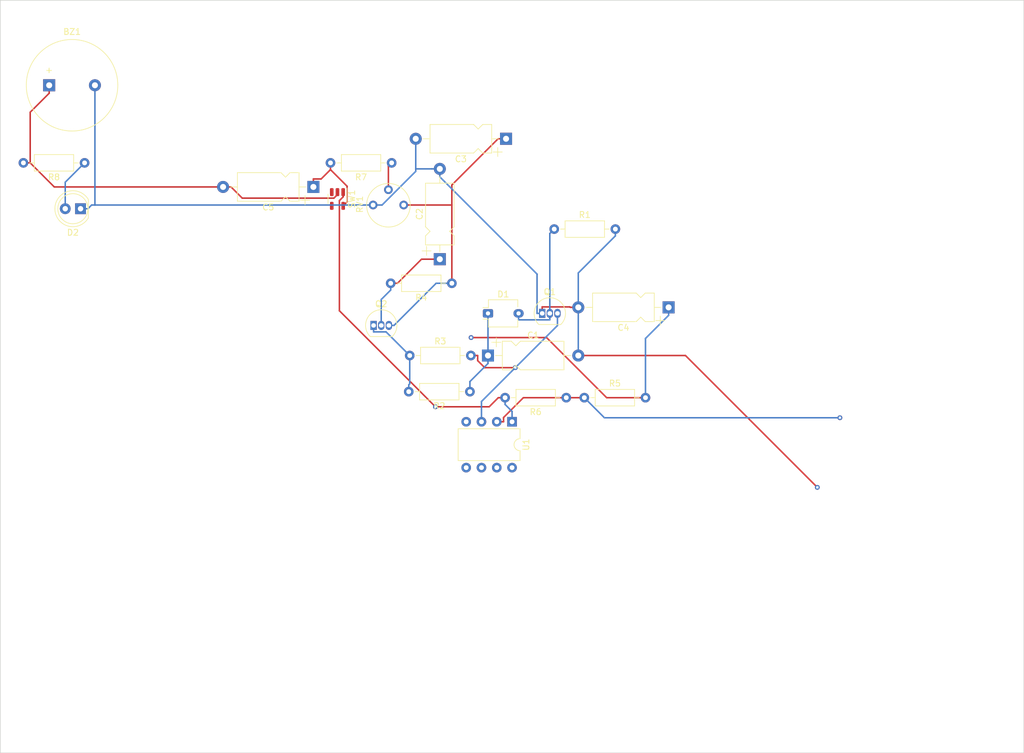
<source format=kicad_pcb>
(kicad_pcb (version 20211014) (generator pcbnew)
  (title_block (title "gammaray2usb") (date "2021-12-27") (rev "0.2x") (company "Fort Sand, Inc."))
  (layers (0 "F.Cu" signal) (31 "B.Cu" signal) (34 "B.Paste" user) (35 "F.Paste" user) (36 "B.SilkS" user "B.Silkscreen") (37 "F.SilkS" user "F.Silkscreen") (38 "B.Mask" user) (39 "F.Mask" user) (44 "Edge.Cuts" user))
  (net 0 "")
  (net 1 "Net-(BZ1-Pad1)")
  (net 2 "GND")
  (net 3 "Net-(C1-Pad1)")
  (net 4 "Net-(C2-Pad1)")
  (net 5 "+9V")
  (net 6 "Net-(C4-Pad1)")
  (net 7 "Net-(C5-Pad1)")
  (net 8 "Net-(D1-Pad2)")
  (net 9 "Net-(D2-Pad2)")
  (net 10 "Net-(Q1-Pad3)")
  (net 11 "Net-(Q2-Pad1)")
  (net 12 "Net-(R5-Pad1)")
  (net 13 "Net-(R6-Pad2)")
  (net 14 "Net-(R7-Pad1)")
  (net 15 "GNDREF")
  (footprint "Resistor_THT:R_Axial_DIN0207_L6.3mm_D2.5mm_P10.16mm_Horizontal" (layer "F.Cu") (at 148 100 180)
    (fp_text reference "R2" (at 5.08 -2.37) (layer "F.SilkS"))
    (fp_text value "1.5M")
    (fp_line (start 1.81 1.37) (end 8.35 1.37) (layer "F.SilkS") (width 0.12))
    (fp_line (start 1.04 0) (end 1.81 0) (layer "F.SilkS") (width 0.12))
    (fp_line (start 1.81 -1.37) (end 1.81 1.37) (layer "F.SilkS") (width 0.12))
    (fp_line (start 9.12 0) (end 8.35 0) (layer "F.SilkS") (width 0.12))
    (fp_line (start 8.35 1.37) (end 8.35 -1.37) (layer "F.SilkS") (width 0.12))
    (fp_line (start 8.35 -1.37) (end 1.81 -1.37) (layer "F.SilkS") (width 0.12))
    (pad "1" thru_hole circle locked (at 0 0 180) (size 1.6 1.6) (drill 0.8) (layers *.Cu *.Mask) (net 3 "Net-(C1-Pad1)"))
    (pad "2" thru_hole oval locked (at 10.16 0 180) (size 1.6 1.6) (drill 0.8) (layers *.Cu *.Mask) (net 11 "Net-(Q2-Pad1)"))
  )
  (footprint "Package_DIP:DIP-8_W7.62mm" (layer "F.Cu") (at 155 105 -90)
    (fp_text reference "U1" (at 3.81 -2.33 90) (layer "F.SilkS"))
    (fp_text value "LM358")
    (fp_line (start 2.81 -1.33) (end 1.16 -1.33) (layer "F.SilkS") (width 0.12))
    (fp_line (start 6.46 8.95) (end 6.46 -1.33) (layer "F.SilkS") (width 0.12))
    (fp_line (start 6.46 -1.33) (end 4.81 -1.33) (layer "F.SilkS") (width 0.12))
    (fp_line (start 1.16 8.95) (end 6.46 8.95) (layer "F.SilkS") (width 0.12))
    (fp_line (start 1.16 -1.33) (end 1.16 8.95) (layer "F.SilkS") (width 0.12))
    (fp_arc (start 4.81 -1.33) (mid 3.81 -0.33) (end 2.81 -1.33) (layer "F.SilkS") (width 0.12))
    (pad "1" thru_hole rect locked (at 0 0 270) (size 1.6 1.6) (drill 0.8) (layers *.Cu *.Mask) (net 13 "Net-(R6-Pad2)"))
    (pad "2" thru_hole oval locked (at 0 2.54 270) (size 1.6 1.6) (drill 0.8) (layers *.Cu *.Mask) (net 12 "Net-(R5-Pad1)"))
    (pad "3" thru_hole oval locked (at 0 5.08 270) (size 1.6 1.6) (drill 0.8) (layers *.Cu *.Mask) (net 10 "Net-(Q1-Pad3)"))
    (pad "4" thru_hole oval locked (at 0 7.62 270) (size 1.6 1.6) (drill 0.8) (layers *.Cu *.Mask))
    (pad "5" thru_hole oval locked (at 7.62 7.62 270) (size 1.6 1.6) (drill 0.8) (layers *.Cu *.Mask))
    (pad "6" thru_hole oval locked (at 7.62 5.08 270) (size 1.6 1.6) (drill 0.8) (layers *.Cu *.Mask))
    (pad "7" thru_hole oval locked (at 7.62 2.54 270) (size 1.6 1.6) (drill 0.8) (layers *.Cu *.Mask))
    (pad "8" thru_hole oval locked (at 7.62 0 270) (size 1.6 1.6) (drill 0.8) (layers *.Cu *.Mask))
  )
  (footprint "Capacitor_THT:CP_Axial_L10.0mm_D4.5mm_P15.00mm_Horizontal" (layer "F.Cu") (at 143 78 90)
    (fp_text reference "C2" (at 7.5 -3.37 90) (layer "F.SilkS"))
    (fp_text value "100 uF")
    (fp_line (start 2.38 2.37) (end 3.88 2.37) (layer "F.SilkS") (width 0.12))
    (fp_line (start 5.38 -2.37) (end 12.62 -2.37) (layer "F.SilkS") (width 0.12))
    (fp_line (start 1.24 0) (end 2.38 0) (layer "F.SilkS") (width 0.12))
    (fp_line (start 0.63 -2.2) (end 2.13 -2.2) (layer "F.SilkS") (width 0.12))
    (fp_line (start 1.38 -2.95) (end 1.38 -1.45) (layer "F.SilkS") (width 0.12))
    (fp_line (start 2.38 -2.37) (end 3.88 -2.37) (layer "F.SilkS") (width 0.12))
    (fp_line (start 4.63 1.62) (end 5.38 2.37) (layer "F.SilkS") (width 0.12))
    (fp_line (start 3.88 -2.37) (end 4.63 -1.62) (layer "F.SilkS") (width 0.12))
    (fp_line (start 4.63 -1.62) (end 5.38 -2.37) (layer "F.SilkS") (width 0.12))
    (fp_line (start 12.62 -2.37) (end 12.62 2.37) (layer "F.SilkS") (width 0.12))
    (fp_line (start 13.76 0) (end 12.62 0) (layer "F.SilkS") (width 0.12))
    (fp_line (start 2.38 -2.37) (end 2.38 2.37) (layer "F.SilkS") (width 0.12))
    (fp_line (start 3.88 2.37) (end 4.63 1.62) (layer "F.SilkS") (width 0.12))
    (fp_line (start 5.38 2.37) (end 12.62 2.37) (layer "F.SilkS") (width 0.12))
    (pad "1" thru_hole rect locked (at 0 0 90) (size 2 2) (drill 1) (layers *.Cu *.Mask) (net 4 "Net-(C2-Pad1)"))
    (pad "2" thru_hole oval locked (at 15 0 90) (size 2 2) (drill 1) (layers *.Cu *.Mask) (net 2 "GND"))
  )
  (footprint "Resistor_THT:R_Axial_DIN0207_L6.3mm_D2.5mm_P10.16mm_Horizontal" (layer "F.Cu") (at 167 101)
    (fp_text reference "R5" (at 5.08 -2.37) (layer "F.SilkS"))
    (fp_text value "1k")
    (fp_line (start 1.81 -1.37) (end 1.81 1.37) (layer "F.SilkS") (width 0.12))
    (fp_line (start 8.35 1.37) (end 8.35 -1.37) (layer "F.SilkS") (width 0.12))
    (fp_line (start 9.12 0) (end 8.35 0) (layer "F.SilkS") (width 0.12))
    (fp_line (start 1.81 1.37) (end 8.35 1.37) (layer "F.SilkS") (width 0.12))
    (fp_line (start 1.04 0) (end 1.81 0) (layer "F.SilkS") (width 0.12))
    (fp_line (start 8.35 -1.37) (end 1.81 -1.37) (layer "F.SilkS") (width 0.12))
    (pad "1" thru_hole circle locked (at 0 0) (size 1.6 1.6) (drill 0.8) (layers *.Cu *.Mask) (net 12 "Net-(R5-Pad1)"))
    (pad "2" thru_hole oval locked (at 10.16 0) (size 1.6 1.6) (drill 0.8) (layers *.Cu *.Mask) (net 6 "Net-(C4-Pad1)"))
  )
  (footprint "Package_TO_SOT_THT:TO-92_Inline" (layer "F.Cu") (at 160 87)
    (fp_text reference "Q1" (at 1.27 -3.56) (layer "F.SilkS"))
    (fp_text value "2N7000")
    (fp_line (start -0.53 1.85) (end 3.07 1.85) (layer "F.SilkS") (width 0.12))
    (fp_arc (start 1.27 -2.6) (mid 3.672087 -0.994977) (end 3.108478 1.838478) (layer "F.SilkS") (width 0.12))
    (fp_arc (start -0.568478 1.838478) (mid -1.132087 -0.994977) (end 1.27 -2.6) (layer "F.SilkS") (width 0.12))
    (pad "1" thru_hole rect locked (at 0 0) (size 1.05 1.5) (drill 0.75) (layers *.Cu *.Mask) (net 2 "GND"))
    (pad "2" thru_hole oval locked (at 1.27 0) (size 1.05 1.5) (drill 0.75) (layers *.Cu *.Mask) (net 8 "Net-(D1-Pad2)"))
    (pad "3" thru_hole oval locked (at 2.54 0) (size 1.05 1.5) (drill 0.75) (layers *.Cu *.Mask) (net 10 "Net-(Q1-Pad3)"))
  )
  (footprint "Resistor_THT:R_Axial_DIN0207_L6.3mm_D2.5mm_P10.16mm_Horizontal" (layer "F.Cu") (at 162 73)
    (fp_text reference "R1" (at 5.08 -2.37) (layer "F.SilkS"))
    (fp_text value "10M")
    (fp_line (start 1.81 -1.37) (end 1.81 1.37) (layer "F.SilkS") (width 0.12))
    (fp_line (start 8.35 -1.37) (end 1.81 -1.37) (layer "F.SilkS") (width 0.12))
    (fp_line (start 1.81 1.37) (end 8.35 1.37) (layer "F.SilkS") (width 0.12))
    (fp_line (start 1.04 0) (end 1.81 0) (layer "F.SilkS") (width 0.12))
    (fp_line (start 9.12 0) (end 8.35 0) (layer "F.SilkS") (width 0.12))
    (fp_line (start 8.35 1.37) (end 8.35 -1.37) (layer "F.SilkS") (width 0.12))
    (pad "1" thru_hole circle locked (at 0 0) (size 1.6 1.6) (drill 0.8) (layers *.Cu *.Mask) (net 8 "Net-(D1-Pad2)"))
    (pad "2" thru_hole oval locked (at 10.16 0) (size 1.6 1.6) (drill 0.8) (layers *.Cu *.Mask) (net 2 "GND"))
  )
  (footprint "Resistor_THT:R_Axial_DIN0207_L6.3mm_D2.5mm_P10.16mm_Horizontal" (layer "F.Cu") (at 145 82 180)
    (fp_text reference "R4" (at 5.08 -2.37) (layer "F.SilkS"))
    (fp_text value "150k")
    (fp_line (start 1.81 -1.37) (end 1.81 1.37) (layer "F.SilkS") (width 0.12))
    (fp_line (start 8.35 1.37) (end 8.35 -1.37) (layer "F.SilkS") (width 0.12))
    (fp_line (start 9.12 0) (end 8.35 0) (layer "F.SilkS") (width 0.12))
    (fp_line (start 1.04 0) (end 1.81 0) (layer "F.SilkS") (width 0.12))
    (fp_line (start 8.35 -1.37) (end 1.81 -1.37) (layer "F.SilkS") (width 0.12))
    (fp_line (start 1.81 1.37) (end 8.35 1.37) (layer "F.SilkS") (width 0.12))
    (pad "1" thru_hole circle locked (at 0 0 180) (size 1.6 1.6) (drill 0.8) (layers *.Cu *.Mask) (net 5 "+9V"))
    (pad "2" thru_hole oval locked (at 10.16 0 180) (size 1.6 1.6) (drill 0.8) (layers *.Cu *.Mask) (net 4 "Net-(C2-Pad1)"))
  )
  (footprint "Capacitor_THT:CP_Axial_L10.0mm_D4.5mm_P15.00mm_Horizontal" (layer "F.Cu") (at 122 66 180)
    (fp_text reference "C5" (at 7.5 -3.37) (layer "F.SilkS"))
    (fp_text value "0.01µF")
    (fp_line (start 12.62 -2.37) (end 12.62 2.37) (layer "F.SilkS") (width 0.12))
    (fp_line (start 1.38 -2.95) (end 1.38 -1.45) (layer "F.SilkS") (width 0.12))
    (fp_line (start 0.63 -2.2) (end 2.13 -2.2) (layer "F.SilkS") (width 0.12))
    (fp_line (start 5.38 2.37) (end 12.62 2.37) (layer "F.SilkS") (width 0.12))
    (fp_line (start 2.38 2.37) (end 3.88 2.37) (layer "F.SilkS") (width 0.12))
    (fp_line (start 2.38 -2.37) (end 2.38 2.37) (layer "F.SilkS") (width 0.12))
    (fp_line (start 4.63 -1.62) (end 5.38 -2.37) (layer "F.SilkS") (width 0.12))
    (fp_line (start 5.38 -2.37) (end 12.62 -2.37) (layer "F.SilkS") (width 0.12))
    (fp_line (start 4.63 1.62) (end 5.38 2.37) (layer "F.SilkS") (width 0.12))
    (fp_line (start 1.24 0) (end 2.38 0) (layer "F.SilkS") (width 0.12))
    (fp_line (start 13.76 0) (end 12.62 0) (layer "F.SilkS") (width 0.12))
    (fp_line (start 3.88 -2.37) (end 4.63 -1.62) (layer "F.SilkS") (width 0.12))
    (fp_line (start 2.38 -2.37) (end 3.88 -2.37) (layer "F.SilkS") (width 0.12))
    (fp_line (start 3.88 2.37) (end 4.63 1.62) (layer "F.SilkS") (width 0.12))
    (pad "1" thru_hole rect locked (at 0 0 180) (size 2 2) (drill 1) (layers *.Cu *.Mask) (net 7 "Net-(C5-Pad1)"))
    (pad "2" thru_hole oval locked (at 15 0 180) (size 2 2) (drill 1) (layers *.Cu *.Mask) (net 1 "Net-(BZ1-Pad1)"))
  )
  (footprint "Package_TO_SOT_SMD:SOT-23-5" (layer "F.Cu") (at 126 68 -90)
    (fp_text reference "SW1" (at 0 -2.4 90) (layer "F.SilkS"))
    (fp_text value "TS5A3166DBVR")
    (fp_line (start 0 1.56) (end -0.8 1.56) (layer "F.SilkS") (width 0.12))
    (fp_line (start 0 -1.56) (end -1.8 -1.56) (layer "F.SilkS") (width 0.12))
    (fp_line (start 0 -1.56) (end 0.8 -1.56) (layer "F.SilkS") (width 0.12))
    (fp_line (start 0 1.56) (end 0.8 1.56) (layer "F.SilkS") (width 0.12))
    (pad "1" smd roundrect locked (at -1.1375 -0.95 270) (size 1.325 0.6) (layers "F.Cu" "F.Paste" "F.Mask") (net 13 "Net-(R6-Pad2)"))
    (pad "2" smd roundrect locked (at -1.1375 0 270) (size 1.325 0.6) (layers "F.Cu" "F.Paste" "F.Mask") (net 1 "Net-(BZ1-Pad1)"))
    (pad "3" smd roundrect locked (at -1.1375 0.95 270) (size 1.325 0.6) (layers "F.Cu" "F.Paste" "F.Mask") (net 15 "GNDREF"))
    (pad "4" smd roundrect locked (at 1.1375 0.95 270) (size 1.325 0.6) (layers "F.Cu" "F.Paste" "F.Mask"))
    (pad "5" smd roundrect locked (at 1.1375 -0.95 270) (size 1.325 0.6) (layers "F.Cu" "F.Paste" "F.Mask") (net 7 "Net-(C5-Pad1)"))
  )
  (footprint "Potentiometer_THT:Potentiometer_Vishay_T7-YA_Single_Vertical" (layer "F.Cu") (at 137 69 90)
    (fp_text reference "RV1" (at 0.11 -7.29 90) (layer "F.SilkS"))
    (fp_text value "250kΩ")
    (fp_circle (center -0.041 -2.54) (end 3.579 -2.54) (layer "F.SilkS") (width 0.12) (fill none))
    (pad "1" thru_hole circle locked (at 0 0 90) (size 1.44 1.44) (drill 0.8) (layers *.Cu *.Mask) (net 5 "+9V"))
    (pad "2" thru_hole circle locked (at 2.54 -2.54 90) (size 1.44 1.44) (drill 0.8) (layers *.Cu *.Mask) (net 14 "Net-(R7-Pad1)"))
    (pad "3" thru_hole circle locked (at 0 -5.08 90) (size 1.44 1.44) (drill 0.8) (layers *.Cu *.Mask) (net 2 "GND"))
  )
  (footprint "Resistor_THT:R_Axial_DIN0207_L6.3mm_D2.5mm_P10.16mm_Horizontal" (layer "F.Cu") (at 138 94)
    (fp_text reference "R3" (at 5.08 -2.37) (layer "F.SilkS"))
    (fp_text value "56k")
    (fp_line (start 8.35 1.37) (end 8.35 -1.37) (layer "F.SilkS") (width 0.12))
    (fp_line (start 1.04 0) (end 1.81 0) (layer "F.SilkS") (width 0.12))
    (fp_line (start 9.12 0) (end 8.35 0) (layer "F.SilkS") (width 0.12))
    (fp_line (start 1.81 -1.37) (end 1.81 1.37) (layer "F.SilkS") (width 0.12))
    (fp_line (start 8.35 -1.37) (end 1.81 -1.37) (layer "F.SilkS") (width 0.12))
    (fp_line (start 1.81 1.37) (end 8.35 1.37) (layer "F.SilkS") (width 0.12))
    (pad "1" thru_hole circle locked (at 0 0) (size 1.6 1.6) (drill 0.8) (layers *.Cu *.Mask) (net 11 "Net-(Q2-Pad1)"))
    (pad "2" thru_hole oval locked (at 10.16 0) (size 1.6 1.6) (drill 0.8) (layers *.Cu *.Mask) (net 10 "Net-(Q1-Pad3)"))
  )
  (footprint "Capacitor_THT:CP_Axial_L10.0mm_D4.5mm_P15.00mm_Horizontal" (layer "F.Cu") (at 181 86 180)
    (fp_text reference "C4" (at 7.5 -3.37) (layer "F.SilkS"))
    (fp_text value "20nF")
    (fp_line (start 2.38 -2.37) (end 2.38 2.37) (layer "F.SilkS") (width 0.12))
    (fp_line (start 0.63 -2.2) (end 2.13 -2.2) (layer "F.SilkS") (width 0.12))
    (fp_line (start 3.88 -2.37) (end 4.63 -1.62) (layer "F.SilkS") (width 0.12))
    (fp_line (start 1.38 -2.95) (end 1.38 -1.45) (layer "F.SilkS") (width 0.12))
    (fp_line (start 2.38 -2.37) (end 3.88 -2.37) (layer "F.SilkS") (width 0.12))
    (fp_line (start 5.38 -2.37) (end 12.62 -2.37) (layer "F.SilkS") (width 0.12))
    (fp_line (start 3.88 2.37) (end 4.63 1.62) (layer "F.SilkS") (width 0.12))
    (fp_line (start 13.76 0) (end 12.62 0) (layer "F.SilkS") (width 0.12))
    (fp_line (start 2.38 2.37) (end 3.88 2.37) (layer "F.SilkS") (width 0.12))
    (fp_line (start 5.38 2.37) (end 12.62 2.37) (layer "F.SilkS") (width 0.12))
    (fp_line (start 1.24 0) (end 2.38 0) (layer "F.SilkS") (width 0.12))
    (fp_line (start 12.62 -2.37) (end 12.62 2.37) (layer "F.SilkS") (width 0.12))
    (fp_line (start 4.63 1.62) (end 5.38 2.37) (layer "F.SilkS") (width 0.12))
    (fp_line (start 4.63 -1.62) (end 5.38 -2.37) (layer "F.SilkS") (width 0.12))
    (pad "1" thru_hole rect locked (at 0 0 180) (size 2 2) (drill 1) (layers *.Cu *.Mask) (net 6 "Net-(C4-Pad1)"))
    (pad "2" thru_hole oval locked (at 15 0 180) (size 2 2) (drill 1) (layers *.Cu *.Mask) (net 2 "GND"))
  )
  (footprint "Resistor_THT:R_Axial_DIN0207_L6.3mm_D2.5mm_P10.16mm_Horizontal" (layer "F.Cu") (at 84 62 180)
    (fp_text reference "R8" (at 5.08 -2.37) (layer "F.SilkS"))
    (fp_text value "1k")
    (fp_line (start 8.35 1.37) (end 8.35 -1.37) (layer "F.SilkS") (width 0.12))
    (fp_line (start 1.81 -1.37) (end 1.81 1.37) (layer "F.SilkS") (width 0.12))
    (fp_line (start 8.35 -1.37) (end 1.81 -1.37) (layer "F.SilkS") (width 0.12))
    (fp_line (start 1.04 0) (end 1.81 0) (layer "F.SilkS") (width 0.12))
    (fp_line (start 1.81 1.37) (end 8.35 1.37) (layer "F.SilkS") (width 0.12))
    (fp_line (start 9.12 0) (end 8.35 0) (layer "F.SilkS") (width 0.12))
    (pad "1" thru_hole circle locked (at 0 0 180) (size 1.6 1.6) (drill 0.8) (layers *.Cu *.Mask) (net 9 "Net-(D2-Pad2)"))
    (pad "2" thru_hole oval locked (at 10.16 0 180) (size 1.6 1.6) (drill 0.8) (layers *.Cu *.Mask) (net 1 "Net-(BZ1-Pad1)"))
  )
  (footprint "OptoDevice:Osram_DIL2_4.3x4.65mm_P5.08mm" (layer "F.Cu") (at 151 87)
    (fp_text reference "D1" (at 2.54 -3.17) (layer "F.SilkS"))
    (fp_text value "BPW34")
    (fp_line (start 0.08 -2.26) (end 0.08 -0.96) (layer "F.SilkS") (width 0.12))
    (fp_line (start 4.95 1.06) (end 4.95 2.26) (layer "F.SilkS") (width 0.12))
    (fp_line (start 4.95 2.26) (end 0.08 2.26) (layer "F.SilkS") (width 0.12))
    (fp_line (start 4.95 -2.26) (end 4.95 -1.06) (layer "F.SilkS") (width 0.12))
    (fp_line (start 0.08 -2.26) (end 4.95 -2.26) (layer "F.SilkS") (width 0.12))
    (fp_line (start 0.08 0.96) (end 0.08 2.26) (layer "F.SilkS") (width 0.12))
    (fp_line (start 0.08 0.96) (end -0.84 0.96) (layer "F.SilkS") (width 0.12))
    (fp_line (start 0.08 -0.96) (end -0.84 -0.96) (layer "F.SilkS") (width 0.12))
    (pad "1" thru_hole roundrect locked (at 0 0) (size 1.7 1.4) (drill 0.7) (layers *.Cu *.Mask) (roundrect_rratio 0.178) (net 3 "Net-(C1-Pad1)"))
    (pad "2" thru_hole oval locked (at 5.08 0) (size 1.7 1.4) (drill 0.7) (layers *.Cu *.Mask) (net 8 "Net-(D1-Pad2)"))
  )
  (footprint "Buzzer_Beeper:Buzzer_15x7.5RM7.6" (layer "F.Cu") (at 78.1167 49.111)
    (fp_text reference "BZ1" (at 3.81 -8.89) (layer "F.SilkS"))
    (fp_text value "Buzzer")
    (fp_text user "+" (at -0.01 -2.54) (layer "F.SilkS"))
    (fp_circle (center 3.8 0) (end 11.4 0) (layer "F.SilkS") (width 0.12) (fill none))
    (pad "1" thru_hole rect locked (at 0 0) (size 2 2) (drill 1) (layers *.Cu *.Mask) (net 1 "Net-(BZ1-Pad1)"))
    (pad "2" thru_hole circle locked (at 7.6 0) (size 2 2) (drill 1) (layers *.Cu *.Mask) (net 2 "GND"))
  )
  (footprint "Capacitor_THT:CP_Axial_L10.0mm_D4.5mm_P15.00mm_Horizontal" (layer "F.Cu") (at 151 94)
    (fp_text reference "C1" (at 7.5 -3.37) (layer "F.SilkS"))
    (fp_text value "0.1µF")
    (fp_line (start 3.88 2.37) (end 4.63 1.62) (layer "F.SilkS") (width 0.12))
    (fp_line (start 1.24 0) (end 2.38 0) (layer "F.SilkS") (width 0.12))
    (fp_line (start 3.88 -2.37) (end 4.63 -1.62) (layer "F.SilkS") (width 0.12))
    (fp_line (start 2.38 2.37) (end 3.88 2.37) (layer "F.SilkS") (width 0.12))
    (fp_line (start 1.38 -2.95) (end 1.38 -1.45) (layer "F.SilkS") (width 0.12))
    (fp_line (start 12.62 -2.37) (end 12.62 2.37) (layer "F.SilkS") (width 0.12))
    (fp_line (start 5.38 2.37) (end 12.62 2.37) (layer "F.SilkS") (width 0.12))
    (fp_line (start 4.63 -1.62) (end 5.38 -2.37) (layer "F.SilkS") (width 0.12))
    (fp_line (start 0.63 -2.2) (end 2.13 -2.2) (layer "F.SilkS") (width 0.12))
    (fp_line (start 2.38 -2.37) (end 2.38 2.37) (layer "F.SilkS") (width 0.12))
    (fp_line (start 5.38 -2.37) (end 12.62 -2.37) (layer "F.SilkS") (width 0.12))
    (fp_line (start 13.76 0) (end 12.62 0) (layer "F.SilkS") (width 0.12))
    (fp_line (start 4.63 1.62) (end 5.38 2.37) (layer "F.SilkS") (width 0.12))
    (fp_line (start 2.38 -2.37) (end 3.88 -2.37) (layer "F.SilkS") (width 0.12))
    (pad "1" thru_hole rect locked (at 0 0) (size 2 2) (drill 1) (layers *.Cu *.Mask) (net 3 "Net-(C1-Pad1)"))
    (pad "2" thru_hole oval locked (at 15 0) (size 2 2) (drill 1) (layers *.Cu *.Mask) (net 2 "GND"))
  )
  (footprint "Resistor_THT:R_Axial_DIN0207_L6.3mm_D2.5mm_P10.16mm_Horizontal" (layer "F.Cu") (at 164 101 180)
    (fp_text reference "R6" (at 5.08 -2.37) (layer "F.SilkS"))
    (fp_text value "1.5M")
    (fp_line (start 1.04 0) (end 1.81 0) (layer "F.SilkS") (width 0.12))
    (fp_line (start 8.35 1.37) (end 8.35 -1.37) (layer "F.SilkS") (width 0.12))
    (fp_line (start 1.81 -1.37) (end 1.81 1.37) (layer "F.SilkS") (width 0.12))
    (fp_line (start 8.35 -1.37) (end 1.81 -1.37) (layer "F.SilkS") (width 0.12))
    (fp_line (start 1.81 1.37) (end 8.35 1.37) (layer "F.SilkS") (width 0.12))
    (fp_line (start 9.12 0) (end 8.35 0) (layer "F.SilkS") (width 0.12))
    (pad "1" thru_hole circle locked (at 0 0 180) (size 1.6 1.6) (drill 0.8) (layers *.Cu *.Mask) (net 12 "Net-(R5-Pad1)"))
    (pad "2" thru_hole oval locked (at 10.16 0 180) (size 1.6 1.6) (drill 0.8) (layers *.Cu *.Mask) (net 13 "Net-(R6-Pad2)"))
  )
  (footprint "Package_TO_SOT_THT:TO-92_Inline" (layer "F.Cu") (at 132 89)
    (fp_text reference "Q2" (at 1.27 -3.56) (layer "F.SilkS"))
    (fp_text value "2N3904")
    (fp_line (start -0.53 1.85) (end 3.07 1.85) (layer "F.SilkS") (width 0.12))
    (fp_arc (start -0.568478 1.838478) (mid -1.132087 -0.994977) (end 1.27 -2.6) (layer "F.SilkS") (width 0.12))
    (fp_arc (start 1.27 -2.6) (mid 3.672087 -0.994977) (end 3.108478 1.838478) (layer "F.SilkS") (width 0.12))
    (pad "1" thru_hole rect locked (at 0 0) (size 1.05 1.5) (drill 0.75) (layers *.Cu *.Mask) (net 11 "Net-(Q2-Pad1)"))
    (pad "2" thru_hole oval locked (at 1.27 0) (size 1.05 1.5) (drill 0.75) (layers *.Cu *.Mask) (net 4 "Net-(C2-Pad1)"))
    (pad "3" thru_hole oval locked (at 2.54 0) (size 1.05 1.5) (drill 0.75) (layers *.Cu *.Mask) (net 5 "+9V"))
  )
  (footprint "Capacitor_THT:CP_Axial_L10.0mm_D4.5mm_P15.00mm_Horizontal" (layer "F.Cu") (at 154 58 180)
    (fp_text reference "C3" (at 7.5 -3.37) (layer "F.SilkS"))
    (fp_text value "0.1µF")
    (fp_line (start 12.62 -2.37) (end 12.62 2.37) (layer "F.SilkS") (width 0.12))
    (fp_line (start 13.76 0) (end 12.62 0) (layer "F.SilkS") (width 0.12))
    (fp_line (start 1.24 0) (end 2.38 0) (layer "F.SilkS") (width 0.12))
    (fp_line (start 4.63 1.62) (end 5.38 2.37) (layer "F.SilkS") (width 0.12))
    (fp_line (start 3.88 2.37) (end 4.63 1.62) (layer "F.SilkS") (width 0.12))
    (fp_line (start 2.38 -2.37) (end 2.38 2.37) (layer "F.SilkS") (width 0.12))
    (fp_line (start 3.88 -2.37) (end 4.63 -1.62) (layer "F.SilkS") (width 0.12))
    (fp_line (start 2.38 -2.37) (end 3.88 -2.37) (layer "F.SilkS") (width 0.12))
    (fp_line (start 5.38 -2.37) (end 12.62 -2.37) (layer "F.SilkS") (width 0.12))
    (fp_line (start 4.63 -1.62) (end 5.38 -2.37) (layer "F.SilkS") (width 0.12))
    (fp_line (start 5.38 2.37) (end 12.62 2.37) (layer "F.SilkS") (width 0.12))
    (fp_line (start 0.63 -2.2) (end 2.13 -2.2) (layer "F.SilkS") (width 0.12))
    (fp_line (start 2.38 2.37) (end 3.88 2.37) (layer "F.SilkS") (width 0.12))
    (fp_line (start 1.38 -2.95) (end 1.38 -1.45) (layer "F.SilkS") (width 0.12))
    (pad "1" thru_hole rect locked (at 0 0 180) (size 2 2) (drill 1) (layers *.Cu *.Mask) (net 5 "+9V"))
    (pad "2" thru_hole oval locked (at 15 0 180) (size 2 2) (drill 1) (layers *.Cu *.Mask) (net 2 "GND"))
  )
  (footprint "LED_THT:LED_D5.0mm" (layer "F.Cu") (at 83.3271 69.6167 180)
    (fp_text reference "D2" (at 1.27 -3.96) (layer "F.SilkS"))
    (fp_text value "LED")
    (fp_line (start -1.29 -1.545) (end -1.29 1.545) (layer "F.SilkS") (width 0.12))
    (fp_arc (start -1.29 -1.54483) (mid 2.072002 -2.880433) (end 4.26 0.000462) (layer "F.SilkS") (width 0.12))
    (fp_arc (start 4.26 -0.000462) (mid 2.072002 2.880433) (end -1.29 1.54483) (layer "F.SilkS") (width 0.12))
    (fp_circle (center 1.27 0) (end 3.77 0) (layer "F.SilkS") (width 0.12) (fill none))
    (pad "1" thru_hole rect locked (at 0 0 180) (size 1.8 1.8) (drill 0.9) (layers *.Cu *.Mask) (net 2 "GND"))
    (pad "2" thru_hole circle locked (at 2.54 0 180) (size 1.8 1.8) (drill 0.9) (layers *.Cu *.Mask) (net 9 "Net-(D2-Pad2)"))
  )
  (footprint "Resistor_THT:R_Axial_DIN0207_L6.3mm_D2.5mm_P10.16mm_Horizontal" (layer "F.Cu") (at 135 62 180)
    (fp_text reference "R7" (at 5.08 -2.37) (layer "F.SilkS"))
    (fp_text value "1k")
    (fp_line (start 1.81 -1.37) (end 1.81 1.37) (layer "F.SilkS") (width 0.12))
    (fp_line (start 1.04 0) (end 1.81 0) (layer "F.SilkS") (width 0.12))
    (fp_line (start 1.81 1.37) (end 8.35 1.37) (layer "F.SilkS") (width 0.12))
    (fp_line (start 8.35 -1.37) (end 1.81 -1.37) (layer "F.SilkS") (width 0.12))
    (fp_line (start 8.35 1.37) (end 8.35 -1.37) (layer "F.SilkS") (width 0.12))
    (fp_line (start 9.12 0) (end 8.35 0) (layer "F.SilkS") (width 0.12))
    (pad "1" thru_hole circle locked (at 0 0 180) (size 1.6 1.6) (drill 0.8) (layers *.Cu *.Mask) (net 14 "Net-(R7-Pad1)"))
    (pad "2" thru_hole oval locked (at 10.16 0 180) (size 1.6 1.6) (drill 0.8) (layers *.Cu *.Mask) (net 7 "Net-(C5-Pad1)"))
  )
  (gr_line (start 240 160) (end 70 160) (layer "Edge.Cuts") (width 0.1))
  (gr_line (start 70 35) (end 240 35) (layer "Edge.Cuts") (width 0.1))
  (gr_line (start 240 35) (end 240 160) (layer "Edge.Cuts") (width 0.1))
  (gr_line (start 70 160) (end 70 35) (layer "Edge.Cuts") (width 0.1))
  (segment (start 126 67.2692) (end 126 66.8625) (width 0.25) (layer "F.Cu") (net 1))
  (segment (start 108.3253 66) (end 110.1835 67.8582) (width 0.25) (layer "F.Cu") (net 1))
  (segment (start 125.411 67.8582) (end 126 67.2692) (width 0.25) (layer "F.Cu") (net 1))
  (segment (start 78.1167 50.4363) (end 74.9653 53.5877) (width 0.25) (layer "F.Cu") (net 1))
  (segment (start 78.1167 49.111) (end 78.1167 50.4363) (width 0.25) (layer "F.Cu") (net 1))
  (segment (start 110.1835 67.8582) (end 125.411 67.8582) (width 0.25) (layer "F.Cu") (net 1))
  (segment (start 73.84 62) (end 74.9653 62) (width 0.25) (layer "F.Cu") (net 1))
  (segment (start 74.9653 53.5877) (end 74.9653 62) (width 0.25) (layer "F.Cu") (net 1))
  (segment (start 74.9653 62) (end 78.9653 66) (width 0.25) (layer "F.Cu") (net 1))
  (segment (start 78.9653 66) (end 107 66) (width 0.25) (layer "F.Cu") (net 1))
  (segment (start 107 66) (end 108.3253 66) (width 0.25) (layer "F.Cu") (net 1))
  (segment (start 205.696 115.894) (end 183.802 94) (width 0.25) (layer "F.Cu") (net 2))
  (segment (start 166 86) (end 164.6747 86) (width 0.25) (layer "F.Cu") (net 2))
  (segment (start 183.802 94) (end 166 94) (width 0.25) (layer "F.Cu") (net 2))
  (segment (start 164.5994 85.9247) (end 160 85.9247) (width 0.25) (layer "F.Cu") (net 2))
  (segment (start 164.6747 86) (end 164.5994 85.9247) (width 0.25) (layer "F.Cu") (net 2))
  (segment (start 160 87) (end 160 85.9247) (width 0.25) (layer "F.Cu") (net 2))
  (via (at 205.696 115.894) (size 0.8) (drill 0.4) (layers "F.Cu" "B.Cu") (net 2))
  (segment (start 166 80.2853) (end 172.16 74.1253) (width 0.25) (layer "B.Cu") (net 2))
  (segment (start 159.1497 87) (end 159.1497 80.475) (width 0.25) (layer "B.Cu") (net 2))
  (segment (start 133.4101 69) (end 131.92 69) (width 0.25) (layer "B.Cu") (net 2))
  (segment (start 166 94) (end 166 86) (width 0.25) (layer "B.Cu") (net 2))
  (segment (start 139 63) (end 141.6747 63) (width 0.25) (layer "B.Cu") (net 2))
  (segment (start 143 63) (end 143 64.3253) (width 0.25) (layer "B.Cu") (net 2))
  (segment (start 159.1497 80.475) (end 143 64.3253) (width 0.25) (layer "B.Cu") (net 2))
  (segment (start 139 63) (end 139 58) (width 0.25) (layer "B.Cu") (net 2))
  (segment (start 139 63.4101) (end 133.4101 69) (width 0.25) (layer "B.Cu") (net 2))
  (segment (start 85.7167 69) (end 85.1691 69) (width 0.25) (layer "B.Cu") (net 2))
  (segment (start 85.7167 49.111) (end 85.7167 69) (width 0.25) (layer "B.Cu") (net 2))
  (segment (start 139 63) (end 139 63.4101) (width 0.25) (layer "B.Cu") (net 2))
  (segment (start 85.1691 69) (end 84.5524 69.6167) (width 0.25) (layer "B.Cu") (net 2))
  (segment (start 172.16 73) (end 172.16 74.1253) (width 0.25) (layer "B.Cu") (net 2))
  (segment (start 143 63) (end 141.6747 63) (width 0.25) (layer "B.Cu") (net 2))
  (segment (start 160 87) (end 159.1497 87) (width 0.25) (layer "B.Cu") (net 2))
  (segment (start 166 86) (end 166 80.2853) (width 0.25) (layer "B.Cu") (net 2))
  (segment (start 83.3271 69.6167) (end 84.5524 69.6167) (width 0.25) (layer "B.Cu") (net 2))
  (segment (start 131.92 69) (end 85.7167 69) (width 0.25) (layer "B.Cu") (net 2))
  (segment (start 151 95.3253) (end 148 98.3253) (width 0.25) (layer "B.Cu") (net 3))
  (segment (start 151 94) (end 151 95.3253) (width 0.25) (layer "B.Cu") (net 3))
  (segment (start 151 87) (end 151 94) (width 0.25) (layer "B.Cu") (net 3))
  (segment (start 148 98.3253) (end 148 100) (width 0.25) (layer "B.Cu") (net 3))
  (segment (start 134.84 82) (end 135.9653 82) (width 0.25) (layer "F.Cu") (net 4))
  (segment (start 139.9653 78) (end 135.9653 82) (width 0.25) (layer "F.Cu") (net 4))
  (segment (start 143 78) (end 139.9653 78) (width 0.25) (layer "F.Cu") (net 4))
  (segment (start 133.27 89) (end 133.27 84.6953) (width 0.25) (layer "B.Cu") (net 4))
  (segment (start 133.27 84.6953) (end 134.84 83.1253) (width 0.25) (layer "B.Cu") (net 4))
  (segment (start 134.84 82) (end 134.84 83.1253) (width 0.25) (layer "B.Cu") (net 4))
  (segment (start 145 65.6747) (end 145 69) (width 0.25) (layer "F.Cu") (net 5))
  (segment (start 152.6747 58) (end 145 65.6747) (width 0.25) (layer "F.Cu") (net 5))
  (segment (start 154 58) (end 152.6747 58) (width 0.25) (layer "F.Cu") (net 5))
  (segment (start 145 69) (end 137 69) (width 0.25) (layer "F.Cu") (net 5))
  (segment (start 145 69) (end 145 82) (width 0.25) (layer "F.Cu") (net 5))
  (segment (start 134.54 89) (end 135.3903 89) (width 0.25) (layer "B.Cu") (net 5))
  (segment (start 135.3903 89) (end 142.3903 82) (width 0.25) (layer "B.Cu") (net 5))
  (segment (start 142.3903 82) (end 145 82) (width 0.25) (layer "B.Cu") (net 5))
  (segment (start 170.7074 101) (end 177.16 101) (width 0.25) (layer "F.Cu") (net 6))
  (segment (start 160.7248 91.0174) (end 170.7074 101) (width 0.25) (layer "F.Cu") (net 6))
  (segment (start 148.197 91.0174) (end 160.7248 91.0174) (width 0.25) (layer "F.Cu") (net 6))
  (via (at 148.197 91.0174) (size 0.8) (drill 0.4) (layers "F.Cu" "B.Cu") (net 6))
  (segment (start 177.16 91.1653) (end 177.16 101) (width 0.25) (layer "B.Cu") (net 6))
  (segment (start 181 87.3253) (end 177.16 91.1653) (width 0.25) (layer "B.Cu") (net 6))
  (segment (start 181 86) (end 181 87.3253) (width 0.25) (layer "B.Cu") (net 6))
  (segment (start 127.5932 65.8785) (end 127.5932 68.4943) (width 0.25) (layer "F.Cu") (net 7))
  (segment (start 127.5932 68.4943) (end 126.95 69.1375) (width 0.25) (layer "F.Cu") (net 7))
  (segment (start 124.84 63.1253) (end 127.5932 65.8785) (width 0.25) (layer "F.Cu") (net 7))
  (segment (start 122 66) (end 122 64.6747) (width 0.25) (layer "F.Cu") (net 7))
  (segment (start 122 64.6747) (end 123.2906 64.6747) (width 0.25) (layer "F.Cu") (net 7))
  (segment (start 124.84 62) (end 124.84 63.1253) (width 0.25) (layer "F.Cu") (net 7))
  (segment (start 123.2906 64.6747) (end 124.84 63.1253) (width 0.25) (layer "F.Cu") (net 7))
  (segment (start 161.27 73.73) (end 162 73) (width 0.25) (layer "B.Cu") (net 8))
  (segment (start 156.08 88.0253) (end 156.13 88.0753) (width 0.25) (layer "B.Cu") (net 8))
  (segment (start 156.08 87) (end 156.08 88.0253) (width 0.25) (layer "B.Cu") (net 8))
  (segment (start 156.13 88.0753) (end 161.27 88.0753) (width 0.25) (layer "B.Cu") (net 8))
  (segment (start 161.27 87) (end 161.27 73.73) (width 0.25) (layer "B.Cu") (net 8))
  (segment (start 161.27 87) (end 161.27 88.0753) (width 0.25) (layer "B.Cu") (net 8))
  (segment (start 80.7871 69.6167) (end 80.7871 65.2129) (width 0.25) (layer "B.Cu") (net 9))
  (segment (start 80.7871 65.2129) (end 84 62) (width 0.25) (layer "B.Cu") (net 9))
  (segment (start 150.4569 96.0156) (end 149.2853 94.844) (width 0.25) (layer "F.Cu") (net 10))
  (segment (start 148.16 94) (end 149.2853 94) (width 0.25) (layer "F.Cu") (net 10))
  (segment (start 149.2853 94.844) (end 149.2853 94) (width 0.25) (layer "F.Cu") (net 10))
  (segment (start 155.542 96.0156) (end 150.4569 96.0156) (width 0.25) (layer "F.Cu") (net 10))
  (via (at 155.542 96.0156) (size 0.8) (drill 0.4) (layers "F.Cu" "B.Cu") (net 10))
  (segment (start 149.92 101.6376) (end 149.92 105) (width 0.25) (layer "B.Cu") (net 10))
  (segment (start 155.542 96.0156) (end 149.92 101.6376) (width 0.25) (layer "B.Cu") (net 10))
  (segment (start 162.54 87) (end 162.54 89.0176) (width 0.25) (layer "B.Cu") (net 10))
  (segment (start 162.54 89.0176) (end 155.542 96.0156) (width 0.25) (layer "B.Cu") (net 10))
  (segment (start 137.84 98.8747) (end 138 98.7147) (width 0.25) (layer "B.Cu") (net 11))
  (segment (start 138 98.7147) (end 138 94) (width 0.25) (layer "B.Cu") (net 11))
  (segment (start 134.0753 90.0753) (end 138 94) (width 0.25) (layer "B.Cu") (net 11))
  (segment (start 132 89) (end 132 90.0753) (width 0.25) (layer "B.Cu") (net 11))
  (segment (start 132 90.0753) (end 134.0753 90.0753) (width 0.25) (layer "B.Cu") (net 11))
  (segment (start 137.84 100) (end 137.84 98.8747) (width 0.25) (layer "B.Cu") (net 11))
  (segment (start 164 101) (end 156.882 101) (width 0.25) (layer "F.Cu") (net 12))
  (segment (start 153.5853 104.2967) (end 153.5853 105) (width 0.25) (layer "F.Cu") (net 12))
  (segment (start 167 101) (end 164 101) (width 0.25) (layer "F.Cu") (net 12))
  (segment (start 152.46 105) (end 153.5853 105) (width 0.25) (layer "F.Cu") (net 12))
  (segment (start 156.882 101) (end 153.5853 104.2967) (width 0.25) (layer "F.Cu") (net 12))
  (via (at 209.45 104.335) (size 0.8) (drill 0.4) (layers "F.Cu" "B.Cu") (net 12))
  (segment (start 170.335 104.335) (end 167 101) (width 0.25) (layer "B.Cu") (net 12))
  (segment (start 209.45 104.335) (end 170.335 104.335) (width 0.25) (layer "B.Cu") (net 12))
  (segment (start 126.95 67.6396) (end 126.95 66.8625) (width 0.25) (layer "F.Cu") (net 13))
  (segment (start 153.84 101) (end 152.7147 101) (width 0.25) (layer "F.Cu") (net 13))
  (segment (start 142.273 102.515) (end 126.3228 86.5648) (width 0.25) (layer "F.Cu") (net 13))
  (segment (start 126.3228 68.2668) (end 126.95 67.6396) (width 0.25) (layer "F.Cu") (net 13))
  (segment (start 151.1997 102.515) (end 152.7147 101) (width 0.25) (layer "F.Cu") (net 13))
  (segment (start 142.273 102.515) (end 151.1997 102.515) (width 0.25) (layer "F.Cu") (net 13))
  (segment (start 126.3228 86.5648) (end 126.3228 68.2668) (width 0.25) (layer "F.Cu") (net 13))
  (via (at 142.273 102.515) (size 0.8) (drill 0.4) (layers "F.Cu" "B.Cu") (net 13))
  (segment (start 155 103.2853) (end 155 105) (width 0.25) (layer "B.Cu") (net 13))
  (segment (start 153.84 101) (end 153.84 102.1253) (width 0.25) (layer "B.Cu") (net 13))
  (segment (start 153.84 102.1253) (end 155 103.2853) (width 0.25) (layer "B.Cu") (net 13))
  (segment (start 134.46 62.54) (end 134.46 66.46) (width 0.25) (layer "F.Cu") (net 14))
  (segment (start 135 62) (end 134.46 62.54) (width 0.25) (layer "F.Cu") (net 14))
)
</source>
